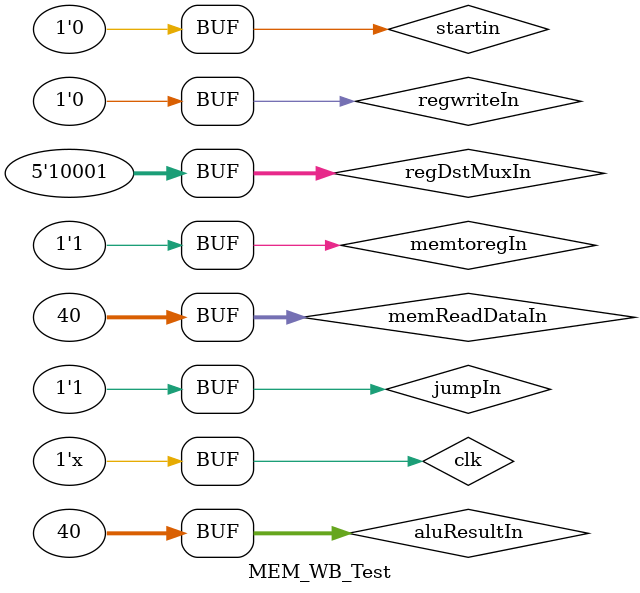
<source format=v>
module MEM_WB_Test;

	reg startin, clk;
	reg jumpIn, memtoregIn, regwriteIn;
	reg [31:0] aluResultIn, memReadDataIn;
	reg [4:0] regDstMuxIn;	
		
	wire jump, memtoreg, regwrite;
	wire [31:0] aluResult, memReadData;
	wire [4:0] regDstMux;

	MEM_WB UUT(startin, clk,regwriteIn, jumpIn, memtoregIn,aluResultIn, memReadDataIn, regDstMuxIn,regwrite, jump, memtoreg,aluResult
		   ,memReadData, regDstMux);

	initial begin
		clk = 0;
		startin = 1;
		jumpIn = 1;
		memtoregIn = 1;
		regwriteIn = 0;
		aluResultIn = 40;
		memReadDataIn = 40;
		regDstMuxIn = 17;
		#100;
		startin = 0;
	end
	always #100 clk = ~clk;
endmodule

</source>
